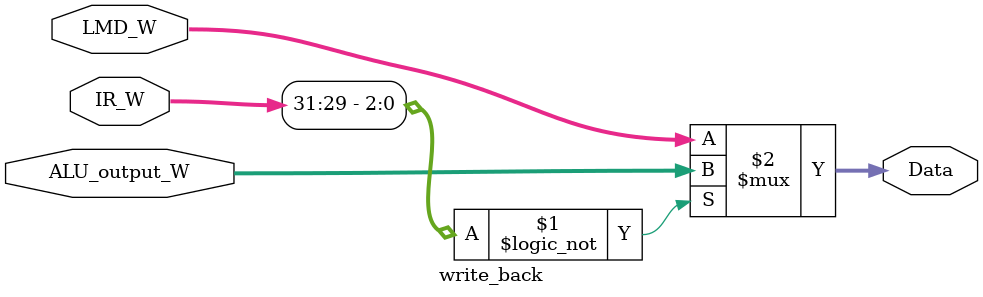
<source format=v>
`timescale 1ns / 1ps
module write_back(
	 input [31:0] LMD_W,
    input [31:0] IR_W,
    input [31:0] ALU_output_W,
    output [31:0] Data
    );

assign Data = IR_W[31:29] == 3'b000 ? ALU_output_W : LMD_W;

endmodule

</source>
